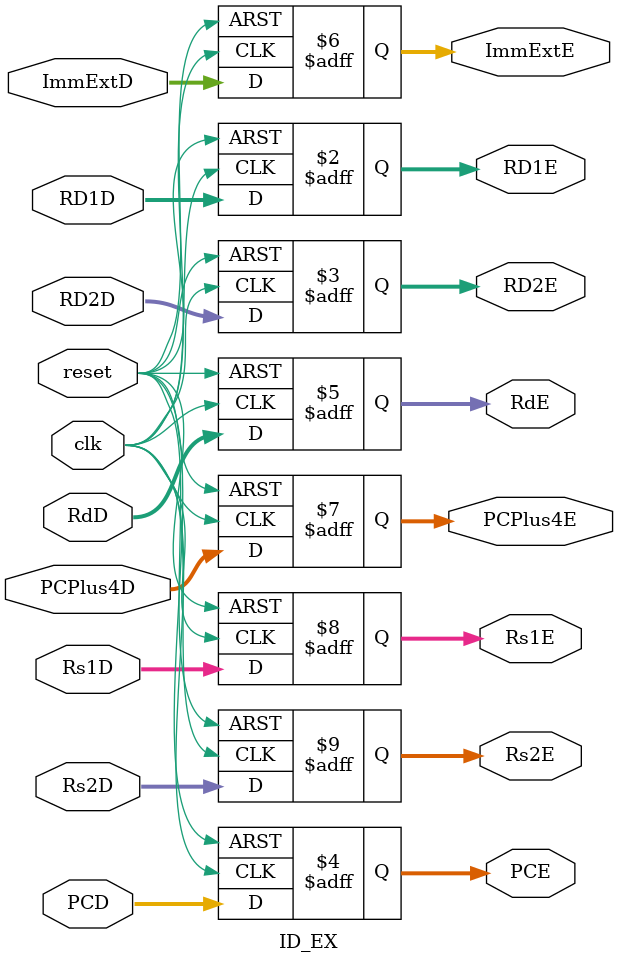
<source format=v>

module ID_EX (input clk, reset,
                input [31:0] RD1D, RD2D, PCD, 
                input  [4:0] Rs1D, Rs2D, RdD, 
                input [31:0] ImmExtD, PCPlus4D,
                output reg[31:0] RD1E, RD2E, PCE, 
                output reg[4:0]  RdE, 
                output reg[31:0] ImmExtE, PCPlus4E,
                output reg[4:0] Rs1E, Rs2E );

 
 //we don't further use this values so , i initialized them as reg not as o/p
    always @( posedge clk, posedge reset ) begin
        if (reset) begin
            RD1E <= 0;
            RD2E <= 0;
            PCE <= 0;
            Rs1E <= 0;
            Rs2E <= 0;
            RdE <= 0;
            ImmExtE <= 0;
            PCPlus4E <= 0;
        end

       
        else begin
            RD1E <= RD1D;
            RD2E <= RD2D;
            PCE <= PCD;
            Rs1E <= Rs1D;
            Rs2E <= Rs2D;
            RdE <= RdD;
            ImmExtE <= ImmExtD;
            PCPlus4E <= PCPlus4D;
        end

    end

endmodule

</source>
